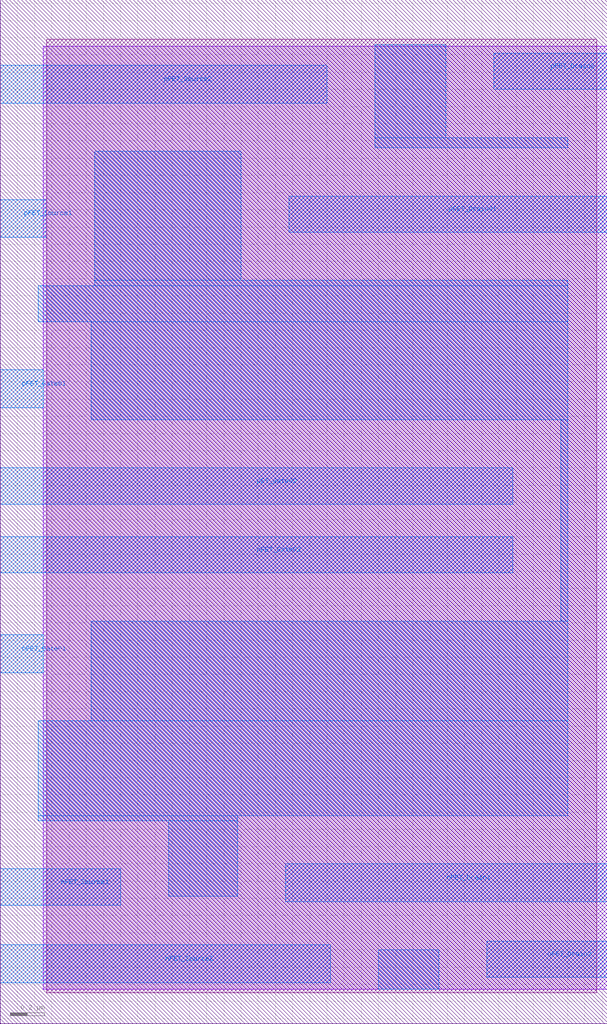
<source format=lef>
VERSION 5.7 ;
  NOWIREEXTENSIONATPIN ON ;
  DIVIDERCHAR "/" ;
  BUSBITCHARS "[]" ;
UNITS
  DATABASE MICRONS 200 ;
END UNITS

LAYER via2
  TYPE CUT ;
END via2

LAYER via
  TYPE CUT ;
END via

LAYER nwell
  TYPE MASTERSLICE ;
END nwell

LAYER via3
  TYPE CUT ;
END via3

LAYER pwell
  TYPE MASTERSLICE ;
END pwell

LAYER via4
  TYPE CUT ;
END via4

LAYER mcon
  TYPE CUT ;
END mcon

LAYER met6
  TYPE ROUTING ;
  WIDTH 0.030000 ;
  SPACING 0.040000 ;
  DIRECTION HORIZONTAL ;
END met6

LAYER met1
  TYPE ROUTING ;
  WIDTH 0.140000 ;
  SPACING 0.140000 ;
  DIRECTION HORIZONTAL ;
END met1

LAYER met3
  TYPE ROUTING ;
  WIDTH 0.300000 ;
  SPACING 0.300000 ;
  DIRECTION HORIZONTAL ;
END met3

LAYER met2
  TYPE ROUTING ;
  WIDTH 0.140000 ;
  SPACING 0.140000 ;
  DIRECTION HORIZONTAL ;
END met2

LAYER met4
  TYPE ROUTING ;
  WIDTH 0.300000 ;
  SPACING 0.300000 ;
  DIRECTION HORIZONTAL ;
END met4

LAYER met5
  TYPE ROUTING ;
  WIDTH 1.600000 ;
  SPACING 1.600000 ;
  DIRECTION HORIZONTAL ;
END met5

LAYER li1
  TYPE ROUTING ;
  WIDTH 0.170000 ;
  SPACING 0.170000 ;
  DIRECTION HORIZONTAL ;
END li1

MACRO sky130_hilas_Trans2med
  CLASS BLOCK ;
  FOREIGN sky130_hilas_Trans2med ;
  ORIGIN 3.800 1.430 ;
  SIZE 3.530 BY 5.950 ;
  PIN nFET_Gate01
    USE ANALOG ;
    PORT
      LAYER met2 ;
        RECT -3.800 0.610 -3.550 0.830 ;
    END
  END nFET_Gate01
  PIN pET_Gate02
    USE ANALOG ;
    PORT
      LAYER met2 ;
        RECT -3.800 1.590 -0.820 1.800 ;
    END
  END pET_Gate02
  PIN pFET_Gate01
    USE ANALOG ;
    PORT
      LAYER met2 ;
        RECT -3.800 2.150 -3.550 2.370 ;
    END
  END pFET_Gate01
  PIN nFET_Gate02
    USE ANALOG ;
    PORT
      LAYER met2 ;
        RECT -3.800 1.190 -0.820 1.400 ;
    END
  END nFET_Gate02
  PIN pFET_Source1
    USE ANALOG ;
    PORT
      LAYER met2 ;
        RECT -3.800 3.140 -3.530 3.360 ;
    END
  END pFET_Source1
  PIN pFET_Source2
    USE ANALOG ;
    PORT
      LAYER met2 ;
        RECT -3.800 3.920 -1.900 4.140 ;
    END
  END pFET_Source2
  PIN nFET_Source2
    USE ANALOG ;
    PORT
      LAYER met2 ;
        RECT -3.800 -1.190 -1.880 -0.970 ;
    END
  END nFET_Source2
  PIN nFET_Source1
    USE ANALOG ;
    PORT
      LAYER met2 ;
        RECT -3.800 -0.740 -3.100 -0.530 ;
    END
  END nFET_Source1
  PIN nFET_Drain1
    USE ANALOG ;
    PORT
      LAYER met2 ;
        RECT -2.140 -0.720 -0.270 -0.500 ;
    END
  END nFET_Drain1
  PIN nFET_Drain2
    USE ANALOG ;
    PORT
      LAYER met2 ;
        RECT -0.970 -1.160 -0.270 -0.950 ;
    END
  END nFET_Drain2
  PIN pFET_Drain01
    USE ANALOG ;
    PORT
      LAYER met2 ;
        RECT -2.120 3.170 -0.270 3.380 ;
    END
  END pFET_Drain01
  PIN pFET_Drain2
    USE ANALOG ;
    PORT
      LAYER met2 ;
        RECT -0.930 4.000 -0.270 4.210 ;
    END
  END pFET_Drain2
  OBS
      LAYER li1 ;
        RECT -3.530 -1.250 -0.330 4.290 ;
      LAYER met1 ;
        RECT -3.550 -1.230 -0.270 4.250 ;
      LAYER met2 ;
        RECT -1.620 3.720 -1.210 4.260 ;
        RECT -1.620 3.660 -0.500 3.720 ;
        RECT -3.250 2.890 -2.400 3.640 ;
        RECT -3.250 2.860 -0.500 2.890 ;
        RECT -3.580 2.650 -0.500 2.860 ;
        RECT -3.270 2.080 -0.500 2.650 ;
        RECT -0.540 0.910 -0.500 2.080 ;
        RECT -3.270 0.330 -0.500 0.910 ;
        RECT -3.580 -0.220 -0.500 0.330 ;
        RECT -3.580 -0.250 -2.420 -0.220 ;
        RECT -2.820 -0.690 -2.420 -0.250 ;
        RECT -1.600 -1.230 -1.250 -1.000 ;
  END
END sky130_hilas_Trans2med
END LIBRARY


</source>
